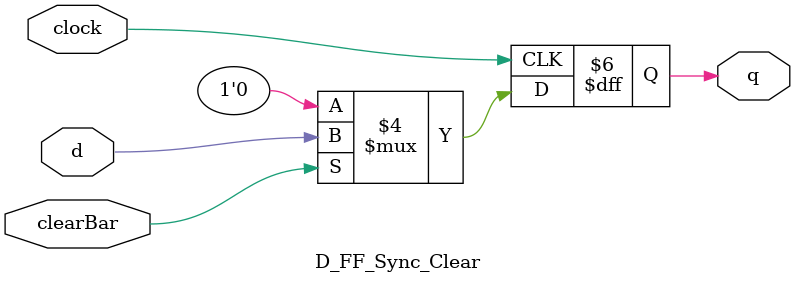
<source format=v>
module D_FF_Sync_Clear(d, clearBar, clock, q);
	input d, clearBar, clock;
	output q;
	reg q;
	
	always@(posedge clock)
		begin
			if(!clearBar)
				q <= 1'b0;
			else
				q <= d;
		end
endmodule
</source>
